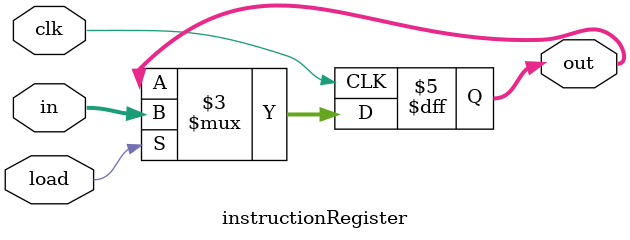
<source format=sv>
module instructionRegister(clk, in, load, out);
    input [15:0] in;
    input clk, load;
    output reg [15:0] out;

    // When clock we take in the new instructions
    always @(posedge clk) begin
        if (load) begin
            out <= in;
        end else begin
            out <= out;
        end
    end
endmodule

</source>
